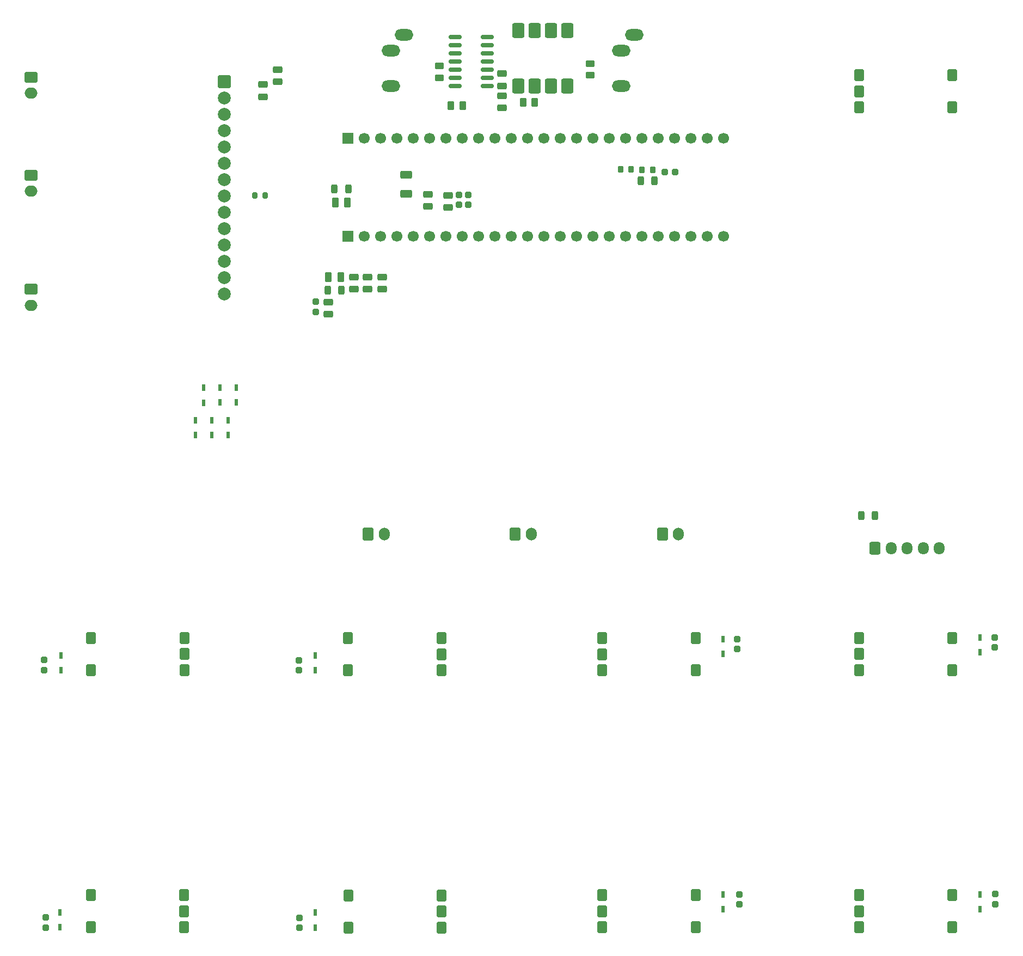
<source format=gbr>
%TF.GenerationSoftware,KiCad,Pcbnew,9.0.3*%
%TF.CreationDate,2025-09-02T17:41:31+02:00*%
%TF.ProjectId,midi_controller,6d696469-5f63-46f6-9e74-726f6c6c6572,rev?*%
%TF.SameCoordinates,Original*%
%TF.FileFunction,Soldermask,Bot*%
%TF.FilePolarity,Negative*%
%FSLAX46Y46*%
G04 Gerber Fmt 4.6, Leading zero omitted, Abs format (unit mm)*
G04 Created by KiCad (PCBNEW 9.0.3) date 2025-09-02 17:41:31*
%MOMM*%
%LPD*%
G01*
G04 APERTURE LIST*
G04 Aperture macros list*
%AMRoundRect*
0 Rectangle with rounded corners*
0 $1 Rounding radius*
0 $2 $3 $4 $5 $6 $7 $8 $9 X,Y pos of 4 corners*
0 Add a 4 corners polygon primitive as box body*
4,1,4,$2,$3,$4,$5,$6,$7,$8,$9,$2,$3,0*
0 Add four circle primitives for the rounded corners*
1,1,$1+$1,$2,$3*
1,1,$1+$1,$4,$5*
1,1,$1+$1,$6,$7*
1,1,$1+$1,$8,$9*
0 Add four rect primitives between the rounded corners*
20,1,$1+$1,$2,$3,$4,$5,0*
20,1,$1+$1,$4,$5,$6,$7,0*
20,1,$1+$1,$6,$7,$8,$9,0*
20,1,$1+$1,$8,$9,$2,$3,0*%
G04 Aperture macros list end*
%ADD10C,1.700000*%
%ADD11R,1.700000X1.700000*%
%ADD12RoundRect,0.250000X0.450000X-0.262500X0.450000X0.262500X-0.450000X0.262500X-0.450000X-0.262500X0*%
%ADD13RoundRect,0.250000X0.262500X0.450000X-0.262500X0.450000X-0.262500X-0.450000X0.262500X-0.450000X0*%
%ADD14RoundRect,0.250000X-0.750000X0.750000X-0.750000X-0.750000X0.750000X-0.750000X0.750000X0.750000X0*%
%ADD15C,2.000000*%
%ADD16RoundRect,0.225000X0.525000X-0.675000X0.525000X0.675000X-0.525000X0.675000X-0.525000X-0.675000X0*%
%ADD17RoundRect,0.225000X-0.525000X0.675000X-0.525000X-0.675000X0.525000X-0.675000X0.525000X0.675000X0*%
%ADD18R,0.500000X1.100000*%
%ADD19RoundRect,0.250000X-0.600000X-0.725000X0.600000X-0.725000X0.600000X0.725000X-0.600000X0.725000X0*%
%ADD20O,1.700000X1.950000*%
%ADD21RoundRect,0.269000X-0.494000X0.269000X-0.494000X-0.269000X0.494000X-0.269000X0.494000X0.269000X0*%
%ADD22RoundRect,0.250000X-0.250000X-0.450000X0.250000X-0.450000X0.250000X0.450000X-0.250000X0.450000X0*%
%ADD23RoundRect,0.269000X0.269000X0.494000X-0.269000X0.494000X-0.269000X-0.494000X0.269000X-0.494000X0*%
%ADD24RoundRect,0.250000X-0.600000X-0.750000X0.600000X-0.750000X0.600000X0.750000X-0.600000X0.750000X0*%
%ADD25O,1.700000X2.000000*%
%ADD26RoundRect,0.269000X0.494000X-0.269000X0.494000X0.269000X-0.494000X0.269000X-0.494000X-0.269000X0*%
%ADD27RoundRect,0.250000X0.250000X0.450000X-0.250000X0.450000X-0.250000X-0.450000X0.250000X-0.450000X0*%
%ADD28RoundRect,0.244000X-0.269000X0.244000X-0.269000X-0.244000X0.269000X-0.244000X0.269000X0.244000X0*%
%ADD29RoundRect,0.244000X0.269000X-0.244000X0.269000X0.244000X-0.269000X0.244000X-0.269000X-0.244000X0*%
%ADD30RoundRect,0.219000X-0.219000X-0.294000X0.219000X-0.294000X0.219000X0.294000X-0.219000X0.294000X0*%
%ADD31RoundRect,0.250000X-0.750000X0.600000X-0.750000X-0.600000X0.750000X-0.600000X0.750000X0.600000X0*%
%ADD32O,2.000000X1.700000*%
%ADD33RoundRect,0.150000X-0.825000X-0.150000X0.825000X-0.150000X0.825000X0.150000X-0.825000X0.150000X0*%
%ADD34RoundRect,0.250000X-0.675000X0.900000X-0.675000X-0.900000X0.675000X-0.900000X0.675000X0.900000X0*%
%ADD35RoundRect,0.266521X0.671479X-0.346479X0.671479X0.346479X-0.671479X0.346479X-0.671479X-0.346479X0*%
%ADD36O,2.900000X1.800000*%
%ADD37RoundRect,0.219000X0.219000X0.294000X-0.219000X0.294000X-0.219000X-0.294000X0.219000X-0.294000X0*%
%ADD38RoundRect,0.275000X0.275000X0.500000X-0.275000X0.500000X-0.275000X-0.500000X0.275000X-0.500000X0*%
%ADD39RoundRect,0.244000X-0.244000X-0.269000X0.244000X-0.269000X0.244000X0.269000X-0.244000X0.269000X0*%
%ADD40RoundRect,0.200000X0.200000X0.275000X-0.200000X0.275000X-0.200000X-0.275000X0.200000X-0.275000X0*%
G04 APERTURE END LIST*
D10*
%TO.C,J3*%
X191420004Y-99842085D03*
X188880004Y-99842085D03*
X186340004Y-99842085D03*
X183800004Y-99842085D03*
X181260004Y-99842085D03*
X178720004Y-99842085D03*
X176180004Y-99842085D03*
X173640004Y-99842085D03*
X171100004Y-99842085D03*
X168560004Y-99842085D03*
X166020004Y-99842085D03*
X163480004Y-99842085D03*
X160940004Y-99842085D03*
X158400004Y-99842085D03*
X155860004Y-99842085D03*
X153320004Y-99842085D03*
X150780004Y-99842085D03*
X148240004Y-99842085D03*
X145700004Y-99842085D03*
X143160004Y-99842085D03*
X140620004Y-99842085D03*
X138080004Y-99842085D03*
X135540004Y-99842085D03*
D11*
X133000004Y-99842085D03*
%TD*%
D10*
%TO.C,J6*%
X191420004Y-115082085D03*
X188880004Y-115082085D03*
X186340004Y-115082085D03*
X183800004Y-115082085D03*
X181260004Y-115082085D03*
X178720004Y-115082085D03*
X176180004Y-115082085D03*
X173640004Y-115082085D03*
X171100004Y-115082085D03*
X168560004Y-115082085D03*
X166020004Y-115082085D03*
X163480004Y-115082085D03*
X160940004Y-115082085D03*
X158400004Y-115082085D03*
X155860004Y-115082085D03*
X153320004Y-115082085D03*
X150780004Y-115082085D03*
X148240004Y-115082085D03*
X145700004Y-115082085D03*
X143160004Y-115082085D03*
X140620004Y-115082085D03*
X138080004Y-115082085D03*
X135540004Y-115082085D03*
D11*
X133000004Y-115082085D03*
%TD*%
D12*
%TO.C,R9*%
X170615347Y-88191499D03*
X170615347Y-90016499D03*
%TD*%
D13*
%TO.C,R10*%
X160232847Y-94217766D03*
X162057847Y-94217766D03*
%TD*%
%TO.C,R11*%
X148982847Y-94717766D03*
X150807847Y-94717766D03*
%TD*%
D12*
%TO.C,R12*%
X147240347Y-88545266D03*
X147240347Y-90370266D03*
%TD*%
D14*
%TO.C,DISP1*%
X113779995Y-91000000D03*
D15*
X113779995Y-93540000D03*
X113779995Y-96080000D03*
X113779995Y-98620000D03*
X113779995Y-101160000D03*
X113779995Y-103700000D03*
X113779995Y-106240000D03*
X113779995Y-108780000D03*
X113779995Y-111320000D03*
X113779995Y-113860000D03*
X113779995Y-116400000D03*
X113779995Y-118940000D03*
X113779995Y-121480000D03*
X113779995Y-124020000D03*
%TD*%
D16*
%TO.C,ENC_MECH6*%
X93010013Y-222490018D03*
X93010013Y-217490018D03*
X107510013Y-222490018D03*
X107510013Y-217490018D03*
X107510013Y-219990018D03*
%TD*%
D17*
%TO.C,ENC_MECH8*%
X187040013Y-217500018D03*
X187040013Y-222500018D03*
X172540013Y-217500018D03*
X172540013Y-222500018D03*
X172540013Y-220000018D03*
%TD*%
D16*
%TO.C,ENC_MECH7*%
X133050013Y-222530018D03*
X133050013Y-217530018D03*
X147550013Y-222530018D03*
X147550013Y-217530018D03*
X147550013Y-220030018D03*
%TD*%
%TO.C,ENC_MECH2*%
X93040013Y-182500018D03*
X93040013Y-177500018D03*
X107540013Y-182500018D03*
X107540013Y-177500018D03*
X107540013Y-180000018D03*
%TD*%
D17*
%TO.C,ENC_MECH1*%
X227000013Y-90000018D03*
X227000013Y-95000018D03*
X212500013Y-90000018D03*
X212500013Y-95000018D03*
X212500013Y-92500018D03*
%TD*%
%TO.C,ENC_MECH9*%
X226970013Y-217500018D03*
X226970013Y-222500018D03*
X212470013Y-217500018D03*
X212470013Y-222500018D03*
X212470013Y-220000018D03*
%TD*%
%TO.C,ENC_MECH4*%
X187060013Y-177530018D03*
X187060013Y-182530018D03*
X172560013Y-177530018D03*
X172560013Y-182530018D03*
X172560013Y-180030018D03*
%TD*%
%TO.C,ENC_MECH5*%
X227000013Y-177510018D03*
X227000013Y-182510018D03*
X212500013Y-177510018D03*
X212500013Y-182510018D03*
X212500013Y-180010018D03*
%TD*%
D16*
%TO.C,ENC_MECH3*%
X133010013Y-182540018D03*
X133010013Y-177540018D03*
X147510013Y-182540018D03*
X147510013Y-177540018D03*
X147510013Y-180040018D03*
%TD*%
D18*
%TO.C,D35*%
X191294689Y-217380249D03*
X191294689Y-219680249D03*
%TD*%
D19*
%TO.C,J8*%
X214964004Y-163552085D03*
D20*
X217464004Y-163552085D03*
X219964004Y-163552085D03*
X222464004Y-163552085D03*
X224964004Y-163552085D03*
%TD*%
D21*
%TO.C,C35*%
X136020928Y-121381449D03*
X136020928Y-123281449D03*
%TD*%
D18*
%TO.C,D25*%
X115616034Y-140904040D03*
X115616034Y-138604040D03*
%TD*%
%TO.C,D28*%
X111811882Y-143628790D03*
X111811882Y-145928790D03*
%TD*%
D21*
%TO.C,C27*%
X145387509Y-108516665D03*
X145387509Y-110416665D03*
%TD*%
D22*
%TO.C,FB1*%
X178567461Y-106443454D03*
X180687461Y-106443454D03*
%TD*%
D23*
%TO.C,C34*%
X131848490Y-121400327D03*
X129948490Y-121400327D03*
%TD*%
D18*
%TO.C,D36*%
X127925347Y-222530359D03*
X127925347Y-220230359D03*
%TD*%
D24*
%TO.C,J10*%
X159004004Y-161392085D03*
D25*
X161504004Y-161392085D03*
%TD*%
D18*
%TO.C,D26*%
X109272728Y-143626183D03*
X109272728Y-145926183D03*
%TD*%
D26*
%TO.C,C26*%
X156965347Y-91647766D03*
X156965347Y-89747766D03*
%TD*%
D18*
%TO.C,D32*%
X127938681Y-182536449D03*
X127938681Y-180236449D03*
%TD*%
D27*
%TO.C,FB3*%
X131931208Y-123432327D03*
X129811208Y-123432327D03*
%TD*%
D28*
%TO.C,C37*%
X128014469Y-125236805D03*
X128014469Y-126796805D03*
%TD*%
D18*
%TO.C,D33*%
X88317887Y-182505999D03*
X88317887Y-180205999D03*
%TD*%
D29*
%TO.C,C43*%
X193866216Y-218962676D03*
X193866216Y-217402676D03*
%TD*%
D18*
%TO.C,D34*%
X231255961Y-217377941D03*
X231255961Y-219677941D03*
%TD*%
D30*
%TO.C,R8*%
X175365347Y-104647999D03*
X177005347Y-104647999D03*
%TD*%
D27*
%TO.C,FB4*%
X214928004Y-158495999D03*
X212808004Y-158495999D03*
%TD*%
D31*
%TO.C,J4*%
X83665046Y-105552085D03*
D32*
X83665046Y-108052085D03*
%TD*%
D18*
%TO.C,D31*%
X191300167Y-177665999D03*
X191300167Y-179965999D03*
%TD*%
D33*
%TO.C,U3*%
X149675347Y-91647766D03*
X149675347Y-90377766D03*
X149675347Y-89107766D03*
X149675347Y-87837766D03*
X149675347Y-86567766D03*
X149675347Y-85297766D03*
X149675347Y-84027766D03*
X154625347Y-84027766D03*
X154625347Y-85297766D03*
X154625347Y-86567766D03*
X154625347Y-87837766D03*
X154625347Y-89107766D03*
X154625347Y-90377766D03*
X154625347Y-91647766D03*
%TD*%
D29*
%TO.C,C38*%
X233522586Y-178964780D03*
X233522586Y-177404780D03*
%TD*%
D34*
%TO.C,U2*%
X159505347Y-82997766D03*
X162045347Y-82997766D03*
X164585347Y-82997766D03*
X167125347Y-82997766D03*
X167125347Y-91697766D03*
X164585347Y-91697766D03*
X162045347Y-91697766D03*
X159505347Y-91697766D03*
%TD*%
D35*
%TO.C,C23*%
X141997238Y-108428665D03*
X141997238Y-105468665D03*
%TD*%
D26*
%TO.C,C31*%
X122080814Y-91022138D03*
X122080814Y-89122138D03*
%TD*%
D24*
%TO.C,J9*%
X181904004Y-161392085D03*
D25*
X184404004Y-161392085D03*
%TD*%
D29*
%TO.C,C39*%
X193534971Y-179229277D03*
X193534971Y-177669277D03*
%TD*%
D36*
%TO.C,J1*%
X175515347Y-91653999D03*
X177515347Y-83753999D03*
X175515347Y-86153999D03*
%TD*%
%TO.C,J2*%
X139685347Y-91653999D03*
X141685347Y-83753999D03*
X139685347Y-86153999D03*
%TD*%
D27*
%TO.C,FB2*%
X133023401Y-107695999D03*
X130903401Y-107695999D03*
%TD*%
D21*
%TO.C,C36*%
X133903143Y-121372861D03*
X133903143Y-123272861D03*
%TD*%
D37*
%TO.C,R7*%
X180365347Y-104729687D03*
X178725347Y-104729687D03*
%TD*%
D18*
%TO.C,D29*%
X110518438Y-140907746D03*
X110518438Y-138607746D03*
%TD*%
D29*
%TO.C,C42*%
X233670562Y-218905643D03*
X233670562Y-217345643D03*
%TD*%
D21*
%TO.C,C33*%
X138312612Y-121381449D03*
X138312612Y-123281449D03*
%TD*%
D38*
%TO.C,F1*%
X132920771Y-109766420D03*
X131045771Y-109766420D03*
%TD*%
D18*
%TO.C,D24*%
X114351372Y-143629998D03*
X114351372Y-145929998D03*
%TD*%
D28*
%TO.C,C29*%
X150268769Y-108602848D03*
X150268769Y-110162848D03*
%TD*%
D24*
%TO.C,J11*%
X136144004Y-161392085D03*
D25*
X138644004Y-161392085D03*
%TD*%
D18*
%TO.C,D27*%
X113103055Y-140904392D03*
X113103055Y-138604392D03*
%TD*%
D28*
%TO.C,C45*%
X86023946Y-220990439D03*
X86023946Y-222550439D03*
%TD*%
%TO.C,C41*%
X85769907Y-180944475D03*
X85769907Y-182504475D03*
%TD*%
D18*
%TO.C,D30*%
X231275161Y-177413736D03*
X231275161Y-179713736D03*
%TD*%
%TO.C,D37*%
X88181022Y-222488357D03*
X88181022Y-220188357D03*
%TD*%
D21*
%TO.C,C25*%
X148568397Y-108654969D03*
X148568397Y-110554969D03*
%TD*%
D28*
%TO.C,C40*%
X125396593Y-180976971D03*
X125396593Y-182536971D03*
%TD*%
D39*
%TO.C,C22*%
X182264375Y-105064871D03*
X183824375Y-105064871D03*
%TD*%
D40*
%TO.C,R13*%
X120114347Y-108711999D03*
X118464347Y-108711999D03*
%TD*%
D31*
%TO.C,J7*%
X83665046Y-123282085D03*
D32*
X83665046Y-125782085D03*
%TD*%
D31*
%TO.C,J5*%
X83665046Y-90312085D03*
D32*
X83665046Y-92812085D03*
%TD*%
D26*
%TO.C,C28*%
X156955347Y-95067766D03*
X156955347Y-93167766D03*
%TD*%
D21*
%TO.C,C32*%
X129928466Y-125248735D03*
X129928466Y-127148735D03*
%TD*%
D28*
%TO.C,C24*%
X151722282Y-108601503D03*
X151722282Y-110161503D03*
%TD*%
%TO.C,C44*%
X125475875Y-221003282D03*
X125475875Y-222563282D03*
%TD*%
D26*
%TO.C,C30*%
X119797347Y-93342447D03*
X119797347Y-91442447D03*
%TD*%
M02*

</source>
